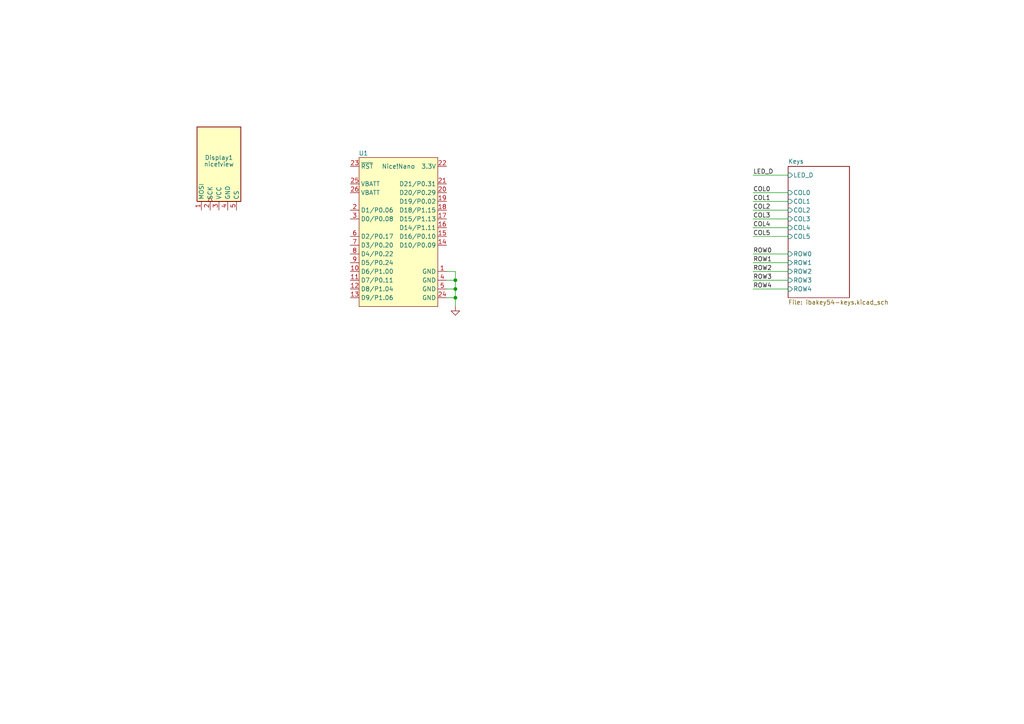
<source format=kicad_sch>
(kicad_sch (version 20230121) (generator eeschema)
  (paper "A4")
  (lib_symbols
    (symbol "DEV-BOARD:Nice!Nano"
      (property "Reference" "U" (at 3.81 3.81 0))
      (property "Value" "Nice!Nano" (at 7.62 -44.45 0))
      (symbol "Nice!Nano_1_1"
        (rectangle (start 2.54 2.54) (end 25.4 -40.64) (fill (type background)))
        (pin passive line (at 27.94 -30.48 180) (length 2.54) (name "GND") (number "1"))
        (pin bidirectional line (at 0 -30.48 0) (length 2.54) (name "D6/P1.00") (number "10"))
        (pin bidirectional line (at 0 -33.02 0) (length 2.54) (name "D7/P0.11") (number "11"))
        (pin bidirectional line (at 0 -35.56 0) (length 2.54) (name "D8/P1.04") (number "12"))
        (pin bidirectional line (at 0 -38.1 0) (length 2.54) (name "D9/P1.06") (number "13"))
        (pin bidirectional line (at 27.94 -22.86 180) (length 2.54) (name "D10/P0.09") (number "14"))
        (pin bidirectional line (at 27.94 -20.32 180) (length 2.54) (name "D16/P0.10") (number "15"))
        (pin bidirectional line (at 27.94 -17.78 180) (length 2.54) (name "D14/P1.11") (number "16"))
        (pin bidirectional line (at 27.94 -15.24 180) (length 2.54) (name "D15/P1.13") (number "17"))
        (pin bidirectional line (at 27.94 -12.7 180) (length 2.54) (name "D18/P1.15") (number "18"))
        (pin bidirectional line (at 27.94 -10.16 180) (length 2.54) (name "D19/P0.02") (number "19"))
        (pin bidirectional line (at 0 -12.7 0) (length 2.54) (name "D1/P0.06") (number "2"))
        (pin bidirectional line (at 27.94 -7.62 180) (length 2.54) (name "D20/P0.29") (number "20"))
        (pin bidirectional line (at 27.94 -5.08 180) (length 2.54) (name "D21/P0.31") (number "21"))
        (pin power_out line (at 27.94 0 180) (length 2.54) (name "3.3V") (number "22"))
        (pin power_out line (at 0 0 0) (length 2.54) (name "~{RST}") (number "23"))
        (pin passive line (at 27.94 -38.1 180) (length 2.54) (name "GND") (number "24"))
        (pin power_in line (at 0 -5.08 0) (length 2.54) (name "VBATT") (number "25"))
        (pin power_in line (at 0 -7.62 0) (length 2.54) (name "VBATT") (number "26"))
        (pin bidirectional line (at 0 -15.24 0) (length 2.54) (name "D0/P0.08") (number "3"))
        (pin passive line (at 27.94 -33.02 180) (length 2.54) (name "GND") (number "4"))
        (pin passive line (at 27.94 -35.56 180) (length 2.54) (name "GND") (number "5"))
        (pin bidirectional line (at 0 -20.32 0) (length 2.54) (name "D2/P0.17") (number "6"))
        (pin bidirectional line (at 0 -22.86 0) (length 2.54) (name "D3/P0.20") (number "7"))
        (pin bidirectional line (at 0 -25.4 0) (length 2.54) (name "D4/P0.22") (number "8"))
        (pin bidirectional line (at 0 -27.94 0) (length 2.54) (name "D5/P0.24") (number "9"))
      )
    )
    (symbol "nice_view:nice!view"
      (property "Reference" "Display" (at 0 12.7 0))
      (property "Value" "nice!view" (at 0 0 0))
      (symbol "nice!view_0_1"
        (rectangle (start -6.35 11.43) (end 6.35 -10.16) (stroke (width 0.254)) (fill (type background)))
      )
      (symbol "nice!view_1_1"
        (pin input line (at -5.08 -12.7 90) (length 2.54) (name "MOSI") (number "1"))
        (pin input clock (at -2.54 -12.7 90) (length 2.54) (name "SCK") (number "2"))
        (pin power_in line (at 0 -12.7 90) (length 2.54) (name "VCC") (number "3"))
        (pin power_out line (at 2.54 -12.7 90) (length 2.54) (name "GND") (number "4"))
        (pin passive line (at 5.08 -12.7 90) (length 2.54) (name "CS") (number "5"))
      )
    )
    (symbol "power:GND" (power) (pin_numbers hide) (pin_names (offset 0) hide)
      (property "Value" "GND" (at 0 -3.81 0))
      (symbol "GND_0_1"
        (polyline (pts (xy 0 0) (xy 0 -1.27) (xy 1.27 -1.27) (xy 0 -2.54) (xy -1.27 -1.27) (xy 0 -1.27)))
      )
      (symbol "GND_1_1"
        (pin power_in line (at 0 0 270) (length 0) hide (name "GND") (number "1"))
      )
    )
  )
  (junction (at 132.08 83.82))
  (junction (at 132.08 86.36))
  (junction (at 132.08 81.28))
  (wire (pts (xy 218.44 68.58) (xy 228.6 68.58)))
  (wire (pts (xy 129.54 78.74) (xy 132.08 78.74)))
  (wire (pts (xy 129.54 83.82) (xy 132.08 83.82)))
  (wire (pts (xy 218.44 60.96) (xy 228.6 60.96)))
  (wire (pts (xy 132.08 83.82) (xy 132.08 86.36)))
  (wire (pts (xy 218.44 58.42) (xy 228.6 58.42)))
  (wire (pts (xy 132.08 86.36) (xy 132.08 88.9)))
  (wire (pts (xy 129.54 81.28) (xy 132.08 81.28)))
  (wire (pts (xy 218.44 66.04) (xy 228.6 66.04)))
  (wire (pts (xy 218.44 83.82) (xy 228.6 83.82)))
  (wire (pts (xy 218.44 50.8) (xy 228.6 50.8)))
  (wire (pts (xy 132.08 81.28) (xy 132.08 83.82)))
  (wire (pts (xy 218.44 55.88) (xy 228.6 55.88)))
  (wire (pts (xy 218.44 73.66) (xy 228.6 73.66)))
  (wire (pts (xy 132.08 78.74) (xy 132.08 81.28)))
  (wire (pts (xy 218.44 78.74) (xy 228.6 78.74)))
  (wire (pts (xy 218.44 63.5) (xy 228.6 63.5)))
  (wire (pts (xy 218.44 76.2) (xy 228.6 76.2)))
  (wire (pts (xy 129.54 86.36) (xy 132.08 86.36)))
  (wire (pts (xy 218.44 81.28) (xy 228.6 81.28)))
  (label "ROW4" (at 218.44 83.82 0))
  (label "LED_D" (at 218.44 50.8 0))
  (label "COL2" (at 218.44 60.96 0))
  (label "COL4" (at 218.44 66.04 0))
  (label "COL0" (at 218.44 55.88 0))
  (label "ROW0" (at 218.44 73.66 0))
  (label "ROW1" (at 218.44 76.2 0))
  (label "COL5" (at 218.44 68.58 0))
  (label "COL3" (at 218.44 63.5 0))
  (label "COL1" (at 218.44 58.42 0))
  (label "ROW2" (at 218.44 78.74 0))
  (label "ROW3" (at 218.44 81.28 0))
  (symbol (lib_id "power:GND") (at 132.08 88.9 0) (unit 1)
    (property "Reference" "#PWR082" (effects hide))
    (property "Value" "GND" (effects hide))
  )
  (symbol (lib_id "nice_view:nice!view") (at 63.5 48.26 0) (unit 1)
    (property "Reference" "Display1" (at 63.5 45.72 0))
    (property "Value" "nice!view" (at 63.5 47.625 0))
    (property "Footprint" "nice_view:nice_view" (effects hide))
    (property "Datasheet" "https://nicekeyboards.com/docs/nice-view/pinout-schematic" (effects hide))
  )
  (symbol (lib_id "DEV-BOARD:Nice!Nano") (at 101.6 48.26 0) (unit 1)
    (property "Reference" "U1" (at 105.41 44.45 0))
    (property "Value" "Nice!Nano" (at 115.57 48.26 0))
    (property "Footprint" "DEV-BOARD:Nice!Nano" (effects hide))
  )
  (sheet (at 228.6 48.26) (size 17.78 38.1) (stroke (width 0.1524))
    (property "Sheetname" "Keys" (at 228.6 47.5484 0) (effects (justify left bottom)))
    (property "Sheetfile" "ibakey54-keys.kicad_sch" (at 228.6 86.9446 0) (effects (justify left top)))
    (pin "ROW3" input (at 228.6 81.28 180))
    (pin "ROW1" input (at 228.6 76.2 180))
    (pin "ROW2" input (at 228.6 78.74 180))
    (pin "ROW0" input (at 228.6 73.66 180))
    (pin "LED_D" input (at 228.6 50.8 180))
    (pin "COL0" input (at 228.6 55.88 180))
    (pin "COL1" input (at 228.6 58.42 180))
    (pin "ROW4" input (at 228.6 83.82 180))
    (pin "COL2" input (at 228.6 60.96 180))
    (pin "COL3" input (at 228.6 63.5 180))
    (pin "COL4" input (at 228.6 66.04 180))
    (pin "COL5" input (at 228.6 68.58 180))
  )
)
</source>
